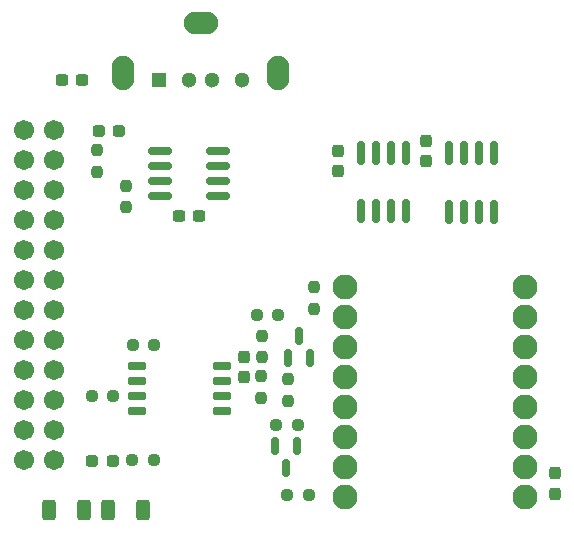
<source format=gbr>
%TF.GenerationSoftware,KiCad,Pcbnew,8.0.5*%
%TF.CreationDate,2025-04-24T17:05:07-05:00*%
%TF.ProjectId,test_board,74657374-5f62-46f6-9172-642e6b696361,rev?*%
%TF.SameCoordinates,Original*%
%TF.FileFunction,Soldermask,Top*%
%TF.FilePolarity,Negative*%
%FSLAX46Y46*%
G04 Gerber Fmt 4.6, Leading zero omitted, Abs format (unit mm)*
G04 Created by KiCad (PCBNEW 8.0.5) date 2025-04-24 17:05:07*
%MOMM*%
%LPD*%
G01*
G04 APERTURE LIST*
G04 Aperture macros list*
%AMRoundRect*
0 Rectangle with rounded corners*
0 $1 Rounding radius*
0 $2 $3 $4 $5 $6 $7 $8 $9 X,Y pos of 4 corners*
0 Add a 4 corners polygon primitive as box body*
4,1,4,$2,$3,$4,$5,$6,$7,$8,$9,$2,$3,0*
0 Add four circle primitives for the rounded corners*
1,1,$1+$1,$2,$3*
1,1,$1+$1,$4,$5*
1,1,$1+$1,$6,$7*
1,1,$1+$1,$8,$9*
0 Add four rect primitives between the rounded corners*
20,1,$1+$1,$2,$3,$4,$5,0*
20,1,$1+$1,$4,$5,$6,$7,0*
20,1,$1+$1,$6,$7,$8,$9,0*
20,1,$1+$1,$8,$9,$2,$3,0*%
G04 Aperture macros list end*
%ADD10RoundRect,0.150000X0.150000X-0.587500X0.150000X0.587500X-0.150000X0.587500X-0.150000X-0.587500X0*%
%ADD11RoundRect,0.237500X0.250000X0.237500X-0.250000X0.237500X-0.250000X-0.237500X0.250000X-0.237500X0*%
%ADD12RoundRect,0.150000X-0.650000X-0.150000X0.650000X-0.150000X0.650000X0.150000X-0.650000X0.150000X0*%
%ADD13C,1.701800*%
%ADD14RoundRect,0.237500X-0.287500X-0.237500X0.287500X-0.237500X0.287500X0.237500X-0.287500X0.237500X0*%
%ADD15RoundRect,0.237500X0.300000X0.237500X-0.300000X0.237500X-0.300000X-0.237500X0.300000X-0.237500X0*%
%ADD16RoundRect,0.237500X0.287500X0.237500X-0.287500X0.237500X-0.287500X-0.237500X0.287500X-0.237500X0*%
%ADD17RoundRect,0.237500X0.237500X-0.250000X0.237500X0.250000X-0.237500X0.250000X-0.237500X-0.250000X0*%
%ADD18RoundRect,0.150000X0.150000X-0.825000X0.150000X0.825000X-0.150000X0.825000X-0.150000X-0.825000X0*%
%ADD19RoundRect,0.237500X-0.250000X-0.237500X0.250000X-0.237500X0.250000X0.237500X-0.250000X0.237500X0*%
%ADD20RoundRect,0.237500X-0.300000X-0.237500X0.300000X-0.237500X0.300000X0.237500X-0.300000X0.237500X0*%
%ADD21RoundRect,0.237500X0.237500X-0.300000X0.237500X0.300000X-0.237500X0.300000X-0.237500X-0.300000X0*%
%ADD22RoundRect,0.250000X0.312500X0.625000X-0.312500X0.625000X-0.312500X-0.625000X0.312500X-0.625000X0*%
%ADD23RoundRect,0.150000X-0.150000X0.587500X-0.150000X-0.587500X0.150000X-0.587500X0.150000X0.587500X0*%
%ADD24RoundRect,0.237500X-0.237500X0.300000X-0.237500X-0.300000X0.237500X-0.300000X0.237500X0.300000X0*%
%ADD25RoundRect,0.237500X-0.237500X0.250000X-0.237500X-0.250000X0.237500X-0.250000X0.237500X0.250000X0*%
%ADD26R,1.300000X1.300000*%
%ADD27C,1.300000*%
%ADD28O,1.900000X2.900000*%
%ADD29O,2.900000X1.900000*%
%ADD30RoundRect,0.150000X0.825000X0.150000X-0.825000X0.150000X-0.825000X-0.150000X0.825000X-0.150000X0*%
%ADD31C,2.109000*%
G04 APERTURE END LIST*
D10*
%TO.C,Q2*%
X142240000Y-73080000D03*
X144140000Y-73080000D03*
X143190000Y-71205000D03*
%TD*%
D11*
%TO.C,R1*%
X130902500Y-71960000D03*
X129077500Y-71960000D03*
%TD*%
D12*
%TO.C,U2*%
X129440000Y-73730000D03*
X129440000Y-75000000D03*
X129440000Y-76270000D03*
X129440000Y-77540000D03*
X136640000Y-77540000D03*
X136640000Y-76270000D03*
X136640000Y-75000000D03*
X136640000Y-73730000D03*
%TD*%
D13*
%TO.C,J1*%
X119868099Y-81676600D03*
X122408099Y-81676600D03*
X119868099Y-79136600D03*
X122408099Y-79136600D03*
X119868099Y-76596600D03*
X122408099Y-76596600D03*
X119868099Y-74056600D03*
X122408099Y-74056600D03*
X119868099Y-71516600D03*
X122408099Y-71516600D03*
X119868099Y-68976600D03*
X122408099Y-68976600D03*
X119868099Y-66436600D03*
X122408099Y-66436600D03*
X119868099Y-63896600D03*
X122408099Y-63896600D03*
X119868099Y-61356600D03*
X122408099Y-61356600D03*
X119868099Y-58816600D03*
X122408099Y-58816600D03*
X119868099Y-56276600D03*
X122408099Y-56276600D03*
X119868099Y-53736600D03*
X122408099Y-53736600D03*
%TD*%
D14*
%TO.C,DS2*%
X126205000Y-53860000D03*
X127955000Y-53860000D03*
%TD*%
D15*
%TO.C,C4*%
X134747500Y-61045000D03*
X133022500Y-61045000D03*
%TD*%
D16*
%TO.C,DS1*%
X127405000Y-81760000D03*
X125655000Y-81760000D03*
%TD*%
D17*
%TO.C,R14*%
X128565000Y-60297500D03*
X128565000Y-58472500D03*
%TD*%
D18*
%TO.C,U1*%
X148415000Y-60625000D03*
X149685000Y-60625000D03*
X150955000Y-60625000D03*
X152225000Y-60625000D03*
X152225000Y-55675000D03*
X150955000Y-55675000D03*
X149685000Y-55675000D03*
X148415000Y-55675000D03*
%TD*%
D17*
%TO.C,R13*%
X140030000Y-73002500D03*
X140030000Y-71177500D03*
%TD*%
D19*
%TO.C,R4*%
X129057500Y-81730000D03*
X130882500Y-81730000D03*
%TD*%
D20*
%TO.C,C6*%
X123085000Y-49520000D03*
X124810000Y-49520000D03*
%TD*%
D18*
%TO.C,U3*%
X155865000Y-60665000D03*
X157135000Y-60665000D03*
X158405000Y-60665000D03*
X159675000Y-60665000D03*
X159675000Y-55715000D03*
X158405000Y-55715000D03*
X157135000Y-55715000D03*
X155865000Y-55715000D03*
%TD*%
D21*
%TO.C,C5*%
X146480000Y-57242500D03*
X146480000Y-55517500D03*
%TD*%
D22*
%TO.C,R9*%
X124972500Y-85920000D03*
X122047500Y-85920000D03*
%TD*%
D19*
%TO.C,R3*%
X125617500Y-76300000D03*
X127442500Y-76300000D03*
%TD*%
D21*
%TO.C,C3*%
X153940000Y-56392500D03*
X153940000Y-54667500D03*
%TD*%
D23*
%TO.C,Q1*%
X143020000Y-80470000D03*
X141120000Y-80470000D03*
X142070000Y-82345000D03*
%TD*%
D24*
%TO.C,C1*%
X164850000Y-82827499D03*
X164850000Y-84552501D03*
%TD*%
D22*
%TO.C,R8*%
X129952500Y-85920000D03*
X127027500Y-85920000D03*
%TD*%
D25*
%TO.C,R5*%
X126100000Y-55447500D03*
X126100000Y-57272500D03*
%TD*%
D26*
%TO.C,J2*%
X131340001Y-49500000D03*
D27*
X133840001Y-49500000D03*
X135840002Y-49500000D03*
X138340000Y-49500000D03*
D28*
X128270001Y-48900000D03*
D29*
X134840001Y-44720000D03*
D28*
X141410001Y-48900000D03*
%TD*%
D11*
%TO.C,R12*%
X141422500Y-69420000D03*
X139597500Y-69420000D03*
%TD*%
%TO.C,R10*%
X143072500Y-78690000D03*
X141247500Y-78690000D03*
%TD*%
D30*
%TO.C,U4*%
X136330000Y-59320000D03*
X136330000Y-58050000D03*
X136330000Y-56780000D03*
X136330000Y-55510000D03*
X131380000Y-55510000D03*
X131380000Y-56780000D03*
X131380000Y-58050000D03*
X131380000Y-59320000D03*
%TD*%
D25*
%TO.C,R6*%
X144470000Y-67057500D03*
X144470000Y-68882500D03*
%TD*%
D19*
%TO.C,R7*%
X142177500Y-84670000D03*
X144002500Y-84670000D03*
%TD*%
D21*
%TO.C,C2*%
X138510000Y-74702500D03*
X138510000Y-72977500D03*
%TD*%
D25*
%TO.C,R11*%
X142210000Y-74867500D03*
X142210000Y-76692500D03*
%TD*%
%TO.C,R2*%
X139980000Y-74587500D03*
X139980000Y-76412500D03*
%TD*%
D31*
%TO.C,U5*%
X162300000Y-67030000D03*
X162300000Y-69570000D03*
X162300000Y-72110000D03*
X162300000Y-74650000D03*
X162300000Y-79730000D03*
X162300000Y-77190000D03*
X147060000Y-84810000D03*
X162300000Y-84810000D03*
X147060000Y-82270000D03*
X147060000Y-79730000D03*
X147060000Y-77190000D03*
X147060000Y-74650000D03*
X147060000Y-72110000D03*
X147060000Y-69570000D03*
X147060000Y-67030000D03*
X162300000Y-82270000D03*
%TD*%
M02*

</source>
